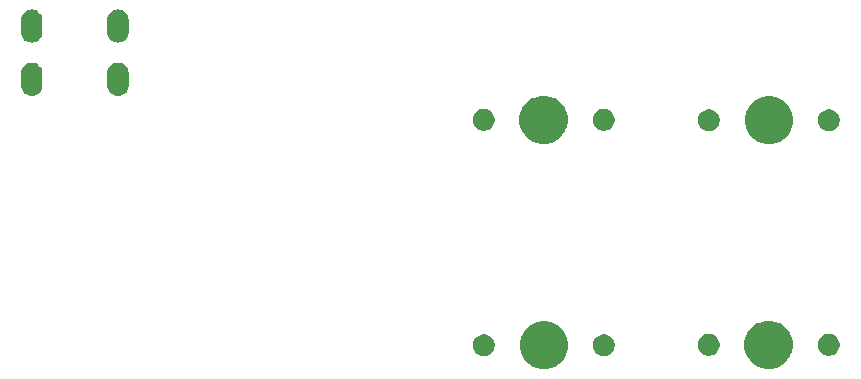
<source format=gts>
G04 #@! TF.GenerationSoftware,KiCad,Pcbnew,(5.1.4)-1*
G04 #@! TF.CreationDate,2023-04-29T11:54:21-04:00*
G04 #@! TF.ProjectId,Evan-PCB-ISP,4576616e-2d50-4434-922d-4953502e6b69,rev?*
G04 #@! TF.SameCoordinates,Original*
G04 #@! TF.FileFunction,Soldermask,Top*
G04 #@! TF.FilePolarity,Negative*
%FSLAX46Y46*%
G04 Gerber Fmt 4.6, Leading zero omitted, Abs format (unit mm)*
G04 Created by KiCad (PCBNEW (5.1.4)-1) date 2023-04-29 11:54:21*
%MOMM*%
%LPD*%
G04 APERTURE LIST*
%ADD10C,0.100000*%
G04 APERTURE END LIST*
D10*
G36*
X160140224Y-108364934D02*
G01*
X160358224Y-108455233D01*
X160512373Y-108519083D01*
X160847298Y-108742873D01*
X161132127Y-109027702D01*
X161355917Y-109362627D01*
X161388312Y-109440836D01*
X161510066Y-109734776D01*
X161588650Y-110129844D01*
X161588650Y-110532656D01*
X161510066Y-110927724D01*
X161419767Y-111145724D01*
X161355917Y-111299873D01*
X161132127Y-111634798D01*
X160847298Y-111919627D01*
X160512373Y-112143417D01*
X160358224Y-112207267D01*
X160140224Y-112297566D01*
X159745156Y-112376150D01*
X159342344Y-112376150D01*
X158947276Y-112297566D01*
X158729276Y-112207267D01*
X158575127Y-112143417D01*
X158240202Y-111919627D01*
X157955373Y-111634798D01*
X157731583Y-111299873D01*
X157667733Y-111145724D01*
X157577434Y-110927724D01*
X157498850Y-110532656D01*
X157498850Y-110129844D01*
X157577434Y-109734776D01*
X157699188Y-109440836D01*
X157731583Y-109362627D01*
X157955373Y-109027702D01*
X158240202Y-108742873D01*
X158575127Y-108519083D01*
X158729276Y-108455233D01*
X158947276Y-108364934D01*
X159342344Y-108286350D01*
X159745156Y-108286350D01*
X160140224Y-108364934D01*
X160140224Y-108364934D01*
G37*
G36*
X179158474Y-108333184D02*
G01*
X179376474Y-108423483D01*
X179530623Y-108487333D01*
X179865548Y-108711123D01*
X180150377Y-108995952D01*
X180374167Y-109330877D01*
X180406562Y-109409086D01*
X180528316Y-109703026D01*
X180606900Y-110098094D01*
X180606900Y-110500906D01*
X180528316Y-110895974D01*
X180477451Y-111018772D01*
X180374167Y-111268123D01*
X180150377Y-111603048D01*
X179865548Y-111887877D01*
X179530623Y-112111667D01*
X179453971Y-112143417D01*
X179158474Y-112265816D01*
X178763406Y-112344400D01*
X178360594Y-112344400D01*
X177965526Y-112265816D01*
X177670029Y-112143417D01*
X177593377Y-112111667D01*
X177258452Y-111887877D01*
X176973623Y-111603048D01*
X176749833Y-111268123D01*
X176646549Y-111018772D01*
X176595684Y-110895974D01*
X176517100Y-110500906D01*
X176517100Y-110098094D01*
X176595684Y-109703026D01*
X176717438Y-109409086D01*
X176749833Y-109330877D01*
X176973623Y-108995952D01*
X177258452Y-108711123D01*
X177593377Y-108487333D01*
X177747526Y-108423483D01*
X177965526Y-108333184D01*
X178360594Y-108254600D01*
X178763406Y-108254600D01*
X179158474Y-108333184D01*
X179158474Y-108333184D01*
G37*
G36*
X164893854Y-109440835D02*
G01*
X165062376Y-109510639D01*
X165214041Y-109611978D01*
X165343022Y-109740959D01*
X165444361Y-109892624D01*
X165514165Y-110061146D01*
X165549750Y-110240047D01*
X165549750Y-110422453D01*
X165514165Y-110601354D01*
X165444361Y-110769876D01*
X165343022Y-110921541D01*
X165214041Y-111050522D01*
X165062376Y-111151861D01*
X164893854Y-111221665D01*
X164714953Y-111257250D01*
X164532547Y-111257250D01*
X164353646Y-111221665D01*
X164185124Y-111151861D01*
X164033459Y-111050522D01*
X163904478Y-110921541D01*
X163803139Y-110769876D01*
X163733335Y-110601354D01*
X163697750Y-110422453D01*
X163697750Y-110240047D01*
X163733335Y-110061146D01*
X163803139Y-109892624D01*
X163904478Y-109740959D01*
X164033459Y-109611978D01*
X164185124Y-109510639D01*
X164353646Y-109440835D01*
X164532547Y-109405250D01*
X164714953Y-109405250D01*
X164893854Y-109440835D01*
X164893854Y-109440835D01*
G37*
G36*
X154733854Y-109440835D02*
G01*
X154902376Y-109510639D01*
X155054041Y-109611978D01*
X155183022Y-109740959D01*
X155284361Y-109892624D01*
X155354165Y-110061146D01*
X155389750Y-110240047D01*
X155389750Y-110422453D01*
X155354165Y-110601354D01*
X155284361Y-110769876D01*
X155183022Y-110921541D01*
X155054041Y-111050522D01*
X154902376Y-111151861D01*
X154733854Y-111221665D01*
X154554953Y-111257250D01*
X154372547Y-111257250D01*
X154193646Y-111221665D01*
X154025124Y-111151861D01*
X153873459Y-111050522D01*
X153744478Y-110921541D01*
X153643139Y-110769876D01*
X153573335Y-110601354D01*
X153537750Y-110422453D01*
X153537750Y-110240047D01*
X153573335Y-110061146D01*
X153643139Y-109892624D01*
X153744478Y-109740959D01*
X153873459Y-109611978D01*
X154025124Y-109510639D01*
X154193646Y-109440835D01*
X154372547Y-109405250D01*
X154554953Y-109405250D01*
X154733854Y-109440835D01*
X154733854Y-109440835D01*
G37*
G36*
X183912104Y-109409085D02*
G01*
X184080626Y-109478889D01*
X184232291Y-109580228D01*
X184361272Y-109709209D01*
X184462611Y-109860874D01*
X184532415Y-110029396D01*
X184568000Y-110208297D01*
X184568000Y-110390703D01*
X184532415Y-110569604D01*
X184462611Y-110738126D01*
X184361272Y-110889791D01*
X184232291Y-111018772D01*
X184080626Y-111120111D01*
X183912104Y-111189915D01*
X183733203Y-111225500D01*
X183550797Y-111225500D01*
X183371896Y-111189915D01*
X183203374Y-111120111D01*
X183051709Y-111018772D01*
X182922728Y-110889791D01*
X182821389Y-110738126D01*
X182751585Y-110569604D01*
X182716000Y-110390703D01*
X182716000Y-110208297D01*
X182751585Y-110029396D01*
X182821389Y-109860874D01*
X182922728Y-109709209D01*
X183051709Y-109580228D01*
X183203374Y-109478889D01*
X183371896Y-109409085D01*
X183550797Y-109373500D01*
X183733203Y-109373500D01*
X183912104Y-109409085D01*
X183912104Y-109409085D01*
G37*
G36*
X173752104Y-109409085D02*
G01*
X173920626Y-109478889D01*
X174072291Y-109580228D01*
X174201272Y-109709209D01*
X174302611Y-109860874D01*
X174372415Y-110029396D01*
X174408000Y-110208297D01*
X174408000Y-110390703D01*
X174372415Y-110569604D01*
X174302611Y-110738126D01*
X174201272Y-110889791D01*
X174072291Y-111018772D01*
X173920626Y-111120111D01*
X173752104Y-111189915D01*
X173573203Y-111225500D01*
X173390797Y-111225500D01*
X173211896Y-111189915D01*
X173043374Y-111120111D01*
X172891709Y-111018772D01*
X172762728Y-110889791D01*
X172661389Y-110738126D01*
X172591585Y-110569604D01*
X172556000Y-110390703D01*
X172556000Y-110208297D01*
X172591585Y-110029396D01*
X172661389Y-109860874D01*
X172762728Y-109709209D01*
X172891709Y-109580228D01*
X173043374Y-109478889D01*
X173211896Y-109409085D01*
X173390797Y-109373500D01*
X173573203Y-109373500D01*
X173752104Y-109409085D01*
X173752104Y-109409085D01*
G37*
G36*
X179190224Y-89314934D02*
G01*
X179408224Y-89405233D01*
X179562373Y-89469083D01*
X179897298Y-89692873D01*
X180182127Y-89977702D01*
X180405917Y-90312627D01*
X180438312Y-90390836D01*
X180560066Y-90684776D01*
X180638650Y-91079844D01*
X180638650Y-91482656D01*
X180560066Y-91877724D01*
X180469767Y-92095724D01*
X180405917Y-92249873D01*
X180182127Y-92584798D01*
X179897298Y-92869627D01*
X179562373Y-93093417D01*
X179408224Y-93157267D01*
X179190224Y-93247566D01*
X178795156Y-93326150D01*
X178392344Y-93326150D01*
X177997276Y-93247566D01*
X177779276Y-93157267D01*
X177625127Y-93093417D01*
X177290202Y-92869627D01*
X177005373Y-92584798D01*
X176781583Y-92249873D01*
X176717733Y-92095724D01*
X176627434Y-91877724D01*
X176548850Y-91482656D01*
X176548850Y-91079844D01*
X176627434Y-90684776D01*
X176749188Y-90390836D01*
X176781583Y-90312627D01*
X177005373Y-89977702D01*
X177290202Y-89692873D01*
X177625127Y-89469083D01*
X177779276Y-89405233D01*
X177997276Y-89314934D01*
X178392344Y-89236350D01*
X178795156Y-89236350D01*
X179190224Y-89314934D01*
X179190224Y-89314934D01*
G37*
G36*
X160108474Y-89283184D02*
G01*
X160326474Y-89373483D01*
X160480623Y-89437333D01*
X160815548Y-89661123D01*
X161100377Y-89945952D01*
X161324167Y-90280877D01*
X161356562Y-90359086D01*
X161478316Y-90653026D01*
X161556900Y-91048094D01*
X161556900Y-91450906D01*
X161478316Y-91845974D01*
X161427451Y-91968772D01*
X161324167Y-92218123D01*
X161100377Y-92553048D01*
X160815548Y-92837877D01*
X160480623Y-93061667D01*
X160403971Y-93093417D01*
X160108474Y-93215816D01*
X159713406Y-93294400D01*
X159310594Y-93294400D01*
X158915526Y-93215816D01*
X158620029Y-93093417D01*
X158543377Y-93061667D01*
X158208452Y-92837877D01*
X157923623Y-92553048D01*
X157699833Y-92218123D01*
X157596549Y-91968772D01*
X157545684Y-91845974D01*
X157467100Y-91450906D01*
X157467100Y-91048094D01*
X157545684Y-90653026D01*
X157667438Y-90359086D01*
X157699833Y-90280877D01*
X157923623Y-89945952D01*
X158208452Y-89661123D01*
X158543377Y-89437333D01*
X158697526Y-89373483D01*
X158915526Y-89283184D01*
X159310594Y-89204600D01*
X159713406Y-89204600D01*
X160108474Y-89283184D01*
X160108474Y-89283184D01*
G37*
G36*
X183943854Y-90390835D02*
G01*
X184112376Y-90460639D01*
X184264041Y-90561978D01*
X184393022Y-90690959D01*
X184494361Y-90842624D01*
X184564165Y-91011146D01*
X184599750Y-91190047D01*
X184599750Y-91372453D01*
X184564165Y-91551354D01*
X184494361Y-91719876D01*
X184393022Y-91871541D01*
X184264041Y-92000522D01*
X184112376Y-92101861D01*
X183943854Y-92171665D01*
X183764953Y-92207250D01*
X183582547Y-92207250D01*
X183403646Y-92171665D01*
X183235124Y-92101861D01*
X183083459Y-92000522D01*
X182954478Y-91871541D01*
X182853139Y-91719876D01*
X182783335Y-91551354D01*
X182747750Y-91372453D01*
X182747750Y-91190047D01*
X182783335Y-91011146D01*
X182853139Y-90842624D01*
X182954478Y-90690959D01*
X183083459Y-90561978D01*
X183235124Y-90460639D01*
X183403646Y-90390835D01*
X183582547Y-90355250D01*
X183764953Y-90355250D01*
X183943854Y-90390835D01*
X183943854Y-90390835D01*
G37*
G36*
X173783854Y-90390835D02*
G01*
X173952376Y-90460639D01*
X174104041Y-90561978D01*
X174233022Y-90690959D01*
X174334361Y-90842624D01*
X174404165Y-91011146D01*
X174439750Y-91190047D01*
X174439750Y-91372453D01*
X174404165Y-91551354D01*
X174334361Y-91719876D01*
X174233022Y-91871541D01*
X174104041Y-92000522D01*
X173952376Y-92101861D01*
X173783854Y-92171665D01*
X173604953Y-92207250D01*
X173422547Y-92207250D01*
X173243646Y-92171665D01*
X173075124Y-92101861D01*
X172923459Y-92000522D01*
X172794478Y-91871541D01*
X172693139Y-91719876D01*
X172623335Y-91551354D01*
X172587750Y-91372453D01*
X172587750Y-91190047D01*
X172623335Y-91011146D01*
X172693139Y-90842624D01*
X172794478Y-90690959D01*
X172923459Y-90561978D01*
X173075124Y-90460639D01*
X173243646Y-90390835D01*
X173422547Y-90355250D01*
X173604953Y-90355250D01*
X173783854Y-90390835D01*
X173783854Y-90390835D01*
G37*
G36*
X154702104Y-90359085D02*
G01*
X154870626Y-90428889D01*
X155022291Y-90530228D01*
X155151272Y-90659209D01*
X155252611Y-90810874D01*
X155322415Y-90979396D01*
X155358000Y-91158297D01*
X155358000Y-91340703D01*
X155322415Y-91519604D01*
X155252611Y-91688126D01*
X155151272Y-91839791D01*
X155022291Y-91968772D01*
X154870626Y-92070111D01*
X154702104Y-92139915D01*
X154523203Y-92175500D01*
X154340797Y-92175500D01*
X154161896Y-92139915D01*
X153993374Y-92070111D01*
X153841709Y-91968772D01*
X153712728Y-91839791D01*
X153611389Y-91688126D01*
X153541585Y-91519604D01*
X153506000Y-91340703D01*
X153506000Y-91158297D01*
X153541585Y-90979396D01*
X153611389Y-90810874D01*
X153712728Y-90659209D01*
X153841709Y-90530228D01*
X153993374Y-90428889D01*
X154161896Y-90359085D01*
X154340797Y-90323500D01*
X154523203Y-90323500D01*
X154702104Y-90359085D01*
X154702104Y-90359085D01*
G37*
G36*
X164862104Y-90359085D02*
G01*
X165030626Y-90428889D01*
X165182291Y-90530228D01*
X165311272Y-90659209D01*
X165412611Y-90810874D01*
X165482415Y-90979396D01*
X165518000Y-91158297D01*
X165518000Y-91340703D01*
X165482415Y-91519604D01*
X165412611Y-91688126D01*
X165311272Y-91839791D01*
X165182291Y-91968772D01*
X165030626Y-92070111D01*
X164862104Y-92139915D01*
X164683203Y-92175500D01*
X164500797Y-92175500D01*
X164321896Y-92139915D01*
X164153374Y-92070111D01*
X164001709Y-91968772D01*
X163872728Y-91839791D01*
X163771389Y-91688126D01*
X163701585Y-91519604D01*
X163666000Y-91340703D01*
X163666000Y-91158297D01*
X163701585Y-90979396D01*
X163771389Y-90810874D01*
X163872728Y-90659209D01*
X164001709Y-90530228D01*
X164153374Y-90428889D01*
X164321896Y-90359085D01*
X164500797Y-90323500D01*
X164683203Y-90323500D01*
X164862104Y-90359085D01*
X164862104Y-90359085D01*
G37*
G36*
X123651127Y-86424037D02*
G01*
X123820966Y-86475557D01*
X123977491Y-86559222D01*
X124013229Y-86588552D01*
X124114686Y-86671814D01*
X124197948Y-86773271D01*
X124227278Y-86809009D01*
X124310943Y-86965534D01*
X124362463Y-87135373D01*
X124375500Y-87267742D01*
X124375500Y-88356258D01*
X124362463Y-88488627D01*
X124310943Y-88658466D01*
X124227278Y-88814991D01*
X124197948Y-88850729D01*
X124114686Y-88952186D01*
X123977489Y-89064779D01*
X123820967Y-89148442D01*
X123820965Y-89148443D01*
X123651126Y-89199963D01*
X123474500Y-89217359D01*
X123297873Y-89199963D01*
X123128034Y-89148443D01*
X122971509Y-89064778D01*
X122935771Y-89035448D01*
X122834314Y-88952186D01*
X122721721Y-88814989D01*
X122638058Y-88658467D01*
X122638057Y-88658465D01*
X122586537Y-88488626D01*
X122573500Y-88356257D01*
X122573501Y-87267742D01*
X122586538Y-87135373D01*
X122638058Y-86965534D01*
X122721723Y-86809009D01*
X122751053Y-86773271D01*
X122834315Y-86671814D01*
X122935772Y-86588552D01*
X122971510Y-86559222D01*
X123128035Y-86475557D01*
X123297874Y-86424037D01*
X123474500Y-86406641D01*
X123651127Y-86424037D01*
X123651127Y-86424037D01*
G37*
G36*
X116351127Y-86424037D02*
G01*
X116520966Y-86475557D01*
X116677491Y-86559222D01*
X116713229Y-86588552D01*
X116814686Y-86671814D01*
X116897948Y-86773271D01*
X116927278Y-86809009D01*
X117010943Y-86965534D01*
X117062463Y-87135373D01*
X117075500Y-87267742D01*
X117075500Y-88356258D01*
X117062463Y-88488627D01*
X117010943Y-88658466D01*
X116927278Y-88814991D01*
X116897948Y-88850729D01*
X116814686Y-88952186D01*
X116677489Y-89064779D01*
X116520967Y-89148442D01*
X116520965Y-89148443D01*
X116351126Y-89199963D01*
X116174500Y-89217359D01*
X115997873Y-89199963D01*
X115828034Y-89148443D01*
X115671509Y-89064778D01*
X115635771Y-89035448D01*
X115534314Y-88952186D01*
X115421721Y-88814989D01*
X115338058Y-88658467D01*
X115338057Y-88658465D01*
X115286537Y-88488626D01*
X115273500Y-88356257D01*
X115273501Y-87267742D01*
X115286538Y-87135373D01*
X115338058Y-86965534D01*
X115421723Y-86809009D01*
X115451053Y-86773271D01*
X115534315Y-86671814D01*
X115635772Y-86588552D01*
X115671510Y-86559222D01*
X115828035Y-86475557D01*
X115997874Y-86424037D01*
X116174500Y-86406641D01*
X116351127Y-86424037D01*
X116351127Y-86424037D01*
G37*
G36*
X116351127Y-81924037D02*
G01*
X116520966Y-81975557D01*
X116677491Y-82059222D01*
X116713229Y-82088552D01*
X116814686Y-82171814D01*
X116897948Y-82273271D01*
X116927278Y-82309009D01*
X117010943Y-82465534D01*
X117062463Y-82635373D01*
X117075500Y-82767742D01*
X117075500Y-83856258D01*
X117062463Y-83988627D01*
X117010943Y-84158466D01*
X116927278Y-84314991D01*
X116897948Y-84350729D01*
X116814686Y-84452186D01*
X116677489Y-84564779D01*
X116520967Y-84648442D01*
X116520965Y-84648443D01*
X116351126Y-84699963D01*
X116174500Y-84717359D01*
X115997873Y-84699963D01*
X115828034Y-84648443D01*
X115671509Y-84564778D01*
X115635771Y-84535448D01*
X115534314Y-84452186D01*
X115421721Y-84314989D01*
X115338058Y-84158467D01*
X115338057Y-84158465D01*
X115286537Y-83988626D01*
X115273500Y-83856257D01*
X115273501Y-82767742D01*
X115286538Y-82635373D01*
X115338058Y-82465534D01*
X115421723Y-82309009D01*
X115451053Y-82273271D01*
X115534315Y-82171814D01*
X115635772Y-82088552D01*
X115671510Y-82059222D01*
X115828035Y-81975557D01*
X115997874Y-81924037D01*
X116174500Y-81906641D01*
X116351127Y-81924037D01*
X116351127Y-81924037D01*
G37*
G36*
X123651127Y-81924037D02*
G01*
X123820966Y-81975557D01*
X123977491Y-82059222D01*
X124013229Y-82088552D01*
X124114686Y-82171814D01*
X124197948Y-82273271D01*
X124227278Y-82309009D01*
X124310943Y-82465534D01*
X124362463Y-82635373D01*
X124375500Y-82767742D01*
X124375500Y-83856258D01*
X124362463Y-83988627D01*
X124310943Y-84158466D01*
X124227278Y-84314991D01*
X124197948Y-84350729D01*
X124114686Y-84452186D01*
X123977489Y-84564779D01*
X123820967Y-84648442D01*
X123820965Y-84648443D01*
X123651126Y-84699963D01*
X123474500Y-84717359D01*
X123297873Y-84699963D01*
X123128034Y-84648443D01*
X122971509Y-84564778D01*
X122935771Y-84535448D01*
X122834314Y-84452186D01*
X122721721Y-84314989D01*
X122638058Y-84158467D01*
X122638057Y-84158465D01*
X122586537Y-83988626D01*
X122573500Y-83856257D01*
X122573501Y-82767742D01*
X122586538Y-82635373D01*
X122638058Y-82465534D01*
X122721723Y-82309009D01*
X122751053Y-82273271D01*
X122834315Y-82171814D01*
X122935772Y-82088552D01*
X122971510Y-82059222D01*
X123128035Y-81975557D01*
X123297874Y-81924037D01*
X123474500Y-81906641D01*
X123651127Y-81924037D01*
X123651127Y-81924037D01*
G37*
M02*

</source>
